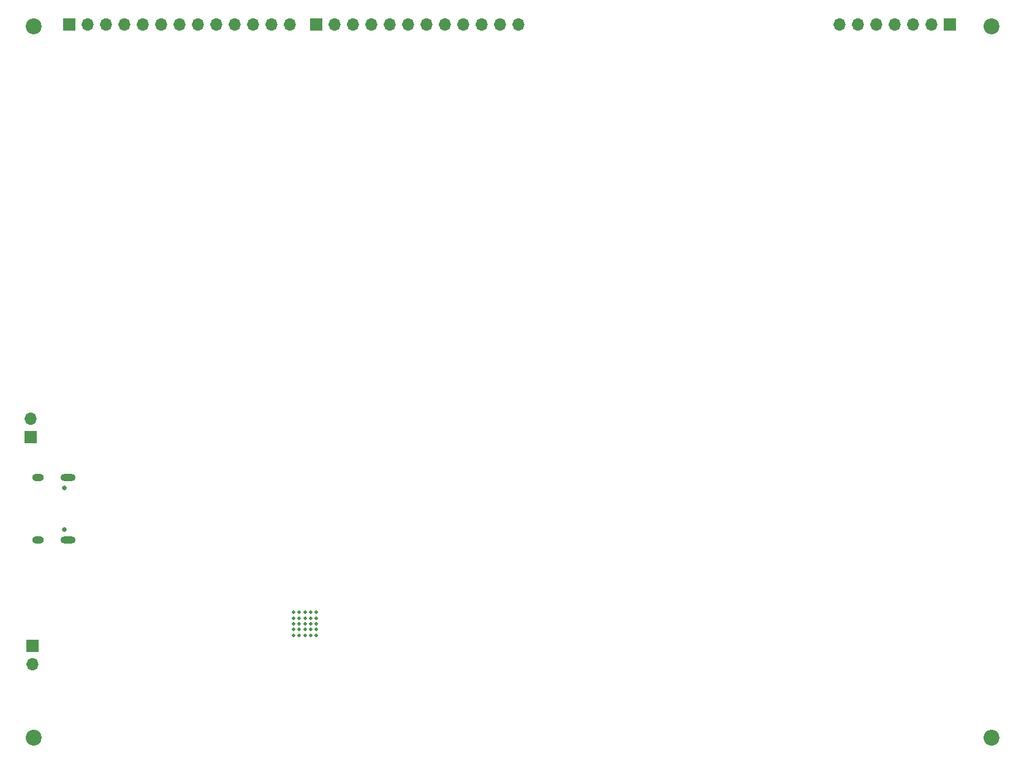
<source format=gbs>
G04 #@! TF.GenerationSoftware,KiCad,Pcbnew,7.0.9-7.0.9~ubuntu22.04.1*
G04 #@! TF.CreationDate,2024-02-01T16:34:57+01:00*
G04 #@! TF.ProjectId,v7-kaleido,76372d6b-616c-4656-9964-6f2e6b696361,1.0*
G04 #@! TF.SameCoordinates,Original*
G04 #@! TF.FileFunction,Soldermask,Bot*
G04 #@! TF.FilePolarity,Negative*
%FSLAX46Y46*%
G04 Gerber Fmt 4.6, Leading zero omitted, Abs format (unit mm)*
G04 Created by KiCad (PCBNEW 7.0.9-7.0.9~ubuntu22.04.1) date 2024-02-01 16:34:57*
%MOMM*%
%LPD*%
G01*
G04 APERTURE LIST*
%ADD10C,2.200000*%
%ADD11C,0.508000*%
%ADD12R,1.700000X1.700000*%
%ADD13O,1.700000X1.700000*%
%ADD14C,0.650000*%
%ADD15O,2.100000X1.000000*%
%ADD16O,1.600000X1.000000*%
G04 APERTURE END LIST*
D10*
X195000000Y-46910000D03*
D11*
X101695300Y-131146493D03*
X101695300Y-130359093D03*
X101695300Y-129571693D03*
X101695300Y-128784293D03*
X101695300Y-127996893D03*
X100907900Y-131146493D03*
X100907900Y-130359093D03*
X100907900Y-129571693D03*
X100907900Y-128784293D03*
X100907900Y-127996893D03*
X100120500Y-131146493D03*
X100120500Y-130359093D03*
X100120500Y-129571693D03*
X100120500Y-128784293D03*
X100120500Y-127996893D03*
X99333100Y-131146493D03*
X99333100Y-130359093D03*
X99333100Y-129571693D03*
X99333100Y-128784293D03*
X99333100Y-127996893D03*
X98545700Y-131146493D03*
X98545700Y-130359093D03*
X98545700Y-129571693D03*
X98545700Y-128784293D03*
X98545700Y-127996893D03*
D10*
X195000000Y-145343693D03*
X62596500Y-145343693D03*
D12*
X62446500Y-132618693D03*
D13*
X62446500Y-135158693D03*
D12*
X62196500Y-103718693D03*
D13*
X62196500Y-101178693D03*
D12*
X101640000Y-46650000D03*
D13*
X104180000Y-46650000D03*
X106720000Y-46650000D03*
X109260000Y-46650000D03*
X111800000Y-46650000D03*
X114340000Y-46650000D03*
X116880000Y-46650000D03*
X119420000Y-46650000D03*
X121960000Y-46650000D03*
X124500000Y-46650000D03*
X127040000Y-46650000D03*
X129580000Y-46650000D03*
D12*
X67515000Y-46650000D03*
D13*
X70055000Y-46650000D03*
X72595000Y-46650000D03*
X75135000Y-46650000D03*
X77675000Y-46650000D03*
X80215000Y-46650000D03*
X82755000Y-46650000D03*
X85295000Y-46650000D03*
X87835000Y-46650000D03*
X90375000Y-46650000D03*
X92915000Y-46650000D03*
X95455000Y-46650000D03*
X97995000Y-46650000D03*
D10*
X62670000Y-46910000D03*
D12*
X189190000Y-46650000D03*
D13*
X186650000Y-46650000D03*
X184110000Y-46650000D03*
X181570000Y-46650000D03*
X179030000Y-46650000D03*
X176490000Y-46650000D03*
X173950000Y-46650000D03*
D14*
X66836500Y-110753693D03*
X66836500Y-116533693D03*
D15*
X67366500Y-109323693D03*
D16*
X63186500Y-109323693D03*
D15*
X67366500Y-117963693D03*
D16*
X63186500Y-117963693D03*
M02*

</source>
